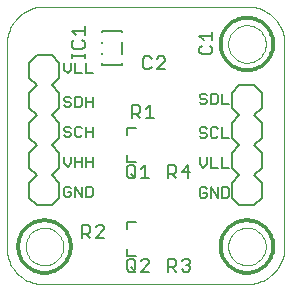
<source format=gto>
G75*
G70*
%OFA0B0*%
%FSLAX24Y24*%
%IPPOS*%
%LPD*%
%AMOC8*
5,1,8,0,0,1.08239X$1,22.5*
%
%ADD10C,0.0000*%
%ADD11C,0.0060*%
%ADD12C,0.0120*%
%ADD13C,0.0080*%
D10*
X000411Y001660D02*
X000409Y001594D01*
X000411Y001528D01*
X000417Y001462D01*
X000426Y001396D01*
X000439Y001331D01*
X000456Y001266D01*
X000476Y001203D01*
X000500Y001141D01*
X000527Y001081D01*
X000558Y001022D01*
X000592Y000964D01*
X000629Y000909D01*
X000669Y000856D01*
X000712Y000806D01*
X000757Y000757D01*
X000806Y000712D01*
X000856Y000669D01*
X000909Y000629D01*
X000964Y000592D01*
X001022Y000558D01*
X001081Y000527D01*
X001141Y000500D01*
X001203Y000476D01*
X001266Y000456D01*
X001331Y000439D01*
X001396Y000426D01*
X001462Y000417D01*
X001528Y000411D01*
X001594Y000409D01*
X001660Y000411D01*
X001660Y000410D02*
X008410Y000410D01*
X008478Y000412D01*
X008545Y000417D01*
X008612Y000426D01*
X008679Y000439D01*
X008744Y000456D01*
X008809Y000475D01*
X008873Y000499D01*
X008935Y000526D01*
X008996Y000556D01*
X009054Y000589D01*
X009111Y000625D01*
X009166Y000665D01*
X009219Y000707D01*
X009270Y000753D01*
X009317Y000800D01*
X009363Y000851D01*
X009405Y000904D01*
X009445Y000959D01*
X009481Y001016D01*
X009514Y001074D01*
X009544Y001135D01*
X009571Y001197D01*
X009595Y001261D01*
X009614Y001326D01*
X009631Y001391D01*
X009644Y001458D01*
X009653Y001525D01*
X009658Y001592D01*
X009660Y001660D01*
X009660Y008410D01*
X009658Y008478D01*
X009653Y008545D01*
X009644Y008612D01*
X009631Y008679D01*
X009614Y008744D01*
X009595Y008809D01*
X009571Y008873D01*
X009544Y008935D01*
X009514Y008996D01*
X009481Y009054D01*
X009445Y009111D01*
X009405Y009166D01*
X009363Y009219D01*
X009317Y009270D01*
X009270Y009317D01*
X009219Y009363D01*
X009166Y009405D01*
X009111Y009445D01*
X009054Y009481D01*
X008996Y009514D01*
X008935Y009544D01*
X008873Y009571D01*
X008809Y009595D01*
X008744Y009614D01*
X008679Y009631D01*
X008612Y009644D01*
X008545Y009653D01*
X008478Y009658D01*
X008410Y009660D01*
X001660Y009660D01*
X001592Y009658D01*
X001525Y009653D01*
X001458Y009644D01*
X001391Y009631D01*
X001326Y009614D01*
X001261Y009595D01*
X001197Y009571D01*
X001135Y009544D01*
X001074Y009514D01*
X001016Y009481D01*
X000959Y009445D01*
X000904Y009405D01*
X000851Y009363D01*
X000800Y009317D01*
X000753Y009270D01*
X000707Y009219D01*
X000665Y009166D01*
X000625Y009111D01*
X000589Y009054D01*
X000556Y008996D01*
X000526Y008935D01*
X000499Y008873D01*
X000475Y008809D01*
X000456Y008744D01*
X000439Y008679D01*
X000426Y008612D01*
X000417Y008545D01*
X000412Y008478D01*
X000410Y008410D01*
X000410Y001660D01*
X001035Y001660D02*
X001037Y001710D01*
X001043Y001759D01*
X001053Y001808D01*
X001066Y001855D01*
X001084Y001902D01*
X001105Y001947D01*
X001129Y001990D01*
X001157Y002031D01*
X001188Y002070D01*
X001222Y002106D01*
X001259Y002140D01*
X001299Y002170D01*
X001340Y002197D01*
X001384Y002221D01*
X001429Y002241D01*
X001476Y002257D01*
X001524Y002270D01*
X001573Y002279D01*
X001623Y002284D01*
X001672Y002285D01*
X001722Y002282D01*
X001771Y002275D01*
X001820Y002264D01*
X001867Y002250D01*
X001913Y002231D01*
X001958Y002209D01*
X002001Y002184D01*
X002041Y002155D01*
X002079Y002123D01*
X002115Y002089D01*
X002148Y002051D01*
X002177Y002011D01*
X002203Y001969D01*
X002226Y001925D01*
X002245Y001879D01*
X002261Y001832D01*
X002273Y001783D01*
X002281Y001734D01*
X002285Y001685D01*
X002285Y001635D01*
X002281Y001586D01*
X002273Y001537D01*
X002261Y001488D01*
X002245Y001441D01*
X002226Y001395D01*
X002203Y001351D01*
X002177Y001309D01*
X002148Y001269D01*
X002115Y001231D01*
X002079Y001197D01*
X002041Y001165D01*
X002001Y001136D01*
X001958Y001111D01*
X001913Y001089D01*
X001867Y001070D01*
X001820Y001056D01*
X001771Y001045D01*
X001722Y001038D01*
X001672Y001035D01*
X001623Y001036D01*
X001573Y001041D01*
X001524Y001050D01*
X001476Y001063D01*
X001429Y001079D01*
X001384Y001099D01*
X001340Y001123D01*
X001299Y001150D01*
X001259Y001180D01*
X001222Y001214D01*
X001188Y001250D01*
X001157Y001289D01*
X001129Y001330D01*
X001105Y001373D01*
X001084Y001418D01*
X001066Y001465D01*
X001053Y001512D01*
X001043Y001561D01*
X001037Y001610D01*
X001035Y001660D01*
X007785Y001660D02*
X007787Y001710D01*
X007793Y001759D01*
X007803Y001808D01*
X007816Y001855D01*
X007834Y001902D01*
X007855Y001947D01*
X007879Y001990D01*
X007907Y002031D01*
X007938Y002070D01*
X007972Y002106D01*
X008009Y002140D01*
X008049Y002170D01*
X008090Y002197D01*
X008134Y002221D01*
X008179Y002241D01*
X008226Y002257D01*
X008274Y002270D01*
X008323Y002279D01*
X008373Y002284D01*
X008422Y002285D01*
X008472Y002282D01*
X008521Y002275D01*
X008570Y002264D01*
X008617Y002250D01*
X008663Y002231D01*
X008708Y002209D01*
X008751Y002184D01*
X008791Y002155D01*
X008829Y002123D01*
X008865Y002089D01*
X008898Y002051D01*
X008927Y002011D01*
X008953Y001969D01*
X008976Y001925D01*
X008995Y001879D01*
X009011Y001832D01*
X009023Y001783D01*
X009031Y001734D01*
X009035Y001685D01*
X009035Y001635D01*
X009031Y001586D01*
X009023Y001537D01*
X009011Y001488D01*
X008995Y001441D01*
X008976Y001395D01*
X008953Y001351D01*
X008927Y001309D01*
X008898Y001269D01*
X008865Y001231D01*
X008829Y001197D01*
X008791Y001165D01*
X008751Y001136D01*
X008708Y001111D01*
X008663Y001089D01*
X008617Y001070D01*
X008570Y001056D01*
X008521Y001045D01*
X008472Y001038D01*
X008422Y001035D01*
X008373Y001036D01*
X008323Y001041D01*
X008274Y001050D01*
X008226Y001063D01*
X008179Y001079D01*
X008134Y001099D01*
X008090Y001123D01*
X008049Y001150D01*
X008009Y001180D01*
X007972Y001214D01*
X007938Y001250D01*
X007907Y001289D01*
X007879Y001330D01*
X007855Y001373D01*
X007834Y001418D01*
X007816Y001465D01*
X007803Y001512D01*
X007793Y001561D01*
X007787Y001610D01*
X007785Y001660D01*
X007785Y008410D02*
X007787Y008460D01*
X007793Y008509D01*
X007803Y008558D01*
X007816Y008605D01*
X007834Y008652D01*
X007855Y008697D01*
X007879Y008740D01*
X007907Y008781D01*
X007938Y008820D01*
X007972Y008856D01*
X008009Y008890D01*
X008049Y008920D01*
X008090Y008947D01*
X008134Y008971D01*
X008179Y008991D01*
X008226Y009007D01*
X008274Y009020D01*
X008323Y009029D01*
X008373Y009034D01*
X008422Y009035D01*
X008472Y009032D01*
X008521Y009025D01*
X008570Y009014D01*
X008617Y009000D01*
X008663Y008981D01*
X008708Y008959D01*
X008751Y008934D01*
X008791Y008905D01*
X008829Y008873D01*
X008865Y008839D01*
X008898Y008801D01*
X008927Y008761D01*
X008953Y008719D01*
X008976Y008675D01*
X008995Y008629D01*
X009011Y008582D01*
X009023Y008533D01*
X009031Y008484D01*
X009035Y008435D01*
X009035Y008385D01*
X009031Y008336D01*
X009023Y008287D01*
X009011Y008238D01*
X008995Y008191D01*
X008976Y008145D01*
X008953Y008101D01*
X008927Y008059D01*
X008898Y008019D01*
X008865Y007981D01*
X008829Y007947D01*
X008791Y007915D01*
X008751Y007886D01*
X008708Y007861D01*
X008663Y007839D01*
X008617Y007820D01*
X008570Y007806D01*
X008521Y007795D01*
X008472Y007788D01*
X008422Y007785D01*
X008373Y007786D01*
X008323Y007791D01*
X008274Y007800D01*
X008226Y007813D01*
X008179Y007829D01*
X008134Y007849D01*
X008090Y007873D01*
X008049Y007900D01*
X008009Y007930D01*
X007972Y007964D01*
X007938Y008000D01*
X007907Y008039D01*
X007879Y008080D01*
X007855Y008123D01*
X007834Y008168D01*
X007816Y008215D01*
X007803Y008262D01*
X007793Y008311D01*
X007787Y008360D01*
X007785Y008410D01*
D11*
X007572Y006755D02*
X007572Y006415D01*
X007799Y006415D01*
X007430Y006472D02*
X007374Y006415D01*
X007203Y006415D01*
X007203Y006755D01*
X007374Y006755D01*
X007430Y006699D01*
X007430Y006472D01*
X007062Y006472D02*
X007005Y006415D01*
X006892Y006415D01*
X006835Y006472D01*
X006892Y006585D02*
X006835Y006642D01*
X006835Y006699D01*
X006892Y006755D01*
X007005Y006755D01*
X007062Y006699D01*
X007005Y006585D02*
X007062Y006528D01*
X007062Y006472D01*
X007005Y006585D02*
X006892Y006585D01*
X006892Y005630D02*
X006835Y005574D01*
X006835Y005517D01*
X006892Y005460D01*
X007005Y005460D01*
X007062Y005403D01*
X007062Y005347D01*
X007005Y005290D01*
X006892Y005290D01*
X006835Y005347D01*
X006892Y005630D02*
X007005Y005630D01*
X007062Y005574D01*
X007203Y005574D02*
X007203Y005347D01*
X007260Y005290D01*
X007374Y005290D01*
X007430Y005347D01*
X007572Y005290D02*
X007572Y005630D01*
X007430Y005574D02*
X007374Y005630D01*
X007260Y005630D01*
X007203Y005574D01*
X007572Y005290D02*
X007799Y005290D01*
X007572Y004630D02*
X007572Y004290D01*
X007799Y004290D01*
X007430Y004290D02*
X007203Y004290D01*
X007203Y004630D01*
X007062Y004630D02*
X007062Y004403D01*
X006948Y004290D01*
X006835Y004403D01*
X006835Y004630D01*
X006892Y003630D02*
X006835Y003574D01*
X006835Y003347D01*
X006892Y003290D01*
X007005Y003290D01*
X007062Y003347D01*
X007062Y003460D01*
X006948Y003460D01*
X007062Y003574D02*
X007005Y003630D01*
X006892Y003630D01*
X007203Y003630D02*
X007430Y003290D01*
X007430Y003630D01*
X007572Y003630D02*
X007742Y003630D01*
X007799Y003574D01*
X007799Y003347D01*
X007742Y003290D01*
X007572Y003290D01*
X007572Y003630D01*
X007203Y003630D02*
X007203Y003290D01*
X004720Y002470D02*
X004400Y002470D01*
X004400Y002250D01*
X004400Y001570D02*
X004400Y001350D01*
X004720Y001350D01*
X003222Y003315D02*
X003052Y003315D01*
X003052Y003655D01*
X003222Y003655D01*
X003278Y003599D01*
X003278Y003372D01*
X003222Y003315D01*
X002910Y003315D02*
X002910Y003655D01*
X002683Y003655D02*
X002910Y003315D01*
X002683Y003315D02*
X002683Y003655D01*
X002542Y003599D02*
X002485Y003655D01*
X002372Y003655D01*
X002315Y003599D01*
X002315Y003372D01*
X002372Y003315D01*
X002485Y003315D01*
X002542Y003372D01*
X002542Y003485D01*
X002428Y003485D01*
X002428Y004315D02*
X002542Y004428D01*
X002542Y004655D01*
X002683Y004655D02*
X002683Y004315D01*
X002683Y004485D02*
X002910Y004485D01*
X003052Y004485D02*
X003278Y004485D01*
X003278Y004655D02*
X003278Y004315D01*
X003052Y004315D02*
X003052Y004655D01*
X002910Y004655D02*
X002910Y004315D01*
X002428Y004315D02*
X002315Y004428D01*
X002315Y004655D01*
X002372Y005315D02*
X002315Y005372D01*
X002372Y005315D02*
X002485Y005315D01*
X002542Y005372D01*
X002542Y005428D01*
X002485Y005485D01*
X002372Y005485D01*
X002315Y005542D01*
X002315Y005599D01*
X002372Y005655D01*
X002485Y005655D01*
X002542Y005599D01*
X002683Y005599D02*
X002683Y005372D01*
X002740Y005315D01*
X002853Y005315D01*
X002910Y005372D01*
X003052Y005315D02*
X003052Y005655D01*
X002910Y005599D02*
X002853Y005655D01*
X002740Y005655D01*
X002683Y005599D01*
X003052Y005485D02*
X003278Y005485D01*
X003278Y005655D02*
X003278Y005315D01*
X003278Y006315D02*
X003278Y006655D01*
X003278Y006485D02*
X003052Y006485D01*
X003052Y006315D02*
X003052Y006655D01*
X002910Y006599D02*
X002853Y006655D01*
X002683Y006655D01*
X002683Y006315D01*
X002853Y006315D01*
X002910Y006372D01*
X002910Y006599D01*
X002542Y006599D02*
X002485Y006655D01*
X002372Y006655D01*
X002315Y006599D01*
X002315Y006542D01*
X002372Y006485D01*
X002485Y006485D01*
X002542Y006428D01*
X002542Y006372D01*
X002485Y006315D01*
X002372Y006315D01*
X002315Y006372D01*
X002428Y007440D02*
X002542Y007553D01*
X002542Y007780D01*
X002683Y007780D02*
X002683Y007440D01*
X002910Y007440D01*
X003052Y007440D02*
X003278Y007440D01*
X003052Y007440D02*
X003052Y007780D01*
X003591Y007762D02*
X003591Y007725D01*
X004229Y007725D01*
X004229Y007762D01*
X004229Y008079D02*
X004229Y008491D01*
X004229Y008808D02*
X004229Y008845D01*
X003591Y008845D01*
X003591Y008808D01*
X003591Y008491D02*
X003591Y008454D01*
X003591Y008116D02*
X003591Y008079D01*
X002428Y007440D02*
X002315Y007553D01*
X002315Y007780D01*
X004400Y005595D02*
X004400Y005375D01*
X004400Y005595D02*
X004720Y005595D01*
X004400Y004695D02*
X004400Y004475D01*
X004720Y004475D01*
D12*
X001660Y002535D02*
X001602Y002533D01*
X001543Y002527D01*
X001486Y002517D01*
X001429Y002504D01*
X001373Y002487D01*
X001318Y002466D01*
X001265Y002441D01*
X001214Y002413D01*
X001165Y002381D01*
X001118Y002347D01*
X001073Y002309D01*
X001031Y002268D01*
X000992Y002225D01*
X000956Y002179D01*
X000922Y002131D01*
X000893Y002081D01*
X000866Y002028D01*
X000843Y001974D01*
X000824Y001919D01*
X000809Y001863D01*
X000797Y001806D01*
X000789Y001748D01*
X000785Y001689D01*
X000785Y001631D01*
X000789Y001572D01*
X000797Y001514D01*
X000809Y001457D01*
X000824Y001401D01*
X000843Y001346D01*
X000866Y001292D01*
X000893Y001239D01*
X000922Y001189D01*
X000956Y001141D01*
X000992Y001095D01*
X001031Y001052D01*
X001073Y001011D01*
X001118Y000973D01*
X001165Y000939D01*
X001214Y000907D01*
X001265Y000879D01*
X001318Y000854D01*
X001373Y000833D01*
X001429Y000816D01*
X001486Y000803D01*
X001543Y000793D01*
X001602Y000787D01*
X001660Y000785D01*
X001718Y000787D01*
X001777Y000793D01*
X001834Y000803D01*
X001891Y000816D01*
X001947Y000833D01*
X002002Y000854D01*
X002055Y000879D01*
X002106Y000907D01*
X002155Y000939D01*
X002202Y000973D01*
X002247Y001011D01*
X002289Y001052D01*
X002328Y001095D01*
X002364Y001141D01*
X002398Y001189D01*
X002427Y001239D01*
X002454Y001292D01*
X002477Y001346D01*
X002496Y001401D01*
X002511Y001457D01*
X002523Y001514D01*
X002531Y001572D01*
X002535Y001631D01*
X002535Y001689D01*
X002531Y001748D01*
X002523Y001806D01*
X002511Y001863D01*
X002496Y001919D01*
X002477Y001974D01*
X002454Y002028D01*
X002427Y002081D01*
X002398Y002131D01*
X002364Y002179D01*
X002328Y002225D01*
X002289Y002268D01*
X002247Y002309D01*
X002202Y002347D01*
X002155Y002381D01*
X002106Y002413D01*
X002055Y002441D01*
X002002Y002466D01*
X001947Y002487D01*
X001891Y002504D01*
X001834Y002517D01*
X001777Y002527D01*
X001718Y002533D01*
X001660Y002535D01*
X008410Y002535D02*
X008352Y002533D01*
X008293Y002527D01*
X008236Y002517D01*
X008179Y002504D01*
X008123Y002487D01*
X008068Y002466D01*
X008015Y002441D01*
X007964Y002413D01*
X007915Y002381D01*
X007868Y002347D01*
X007823Y002309D01*
X007781Y002268D01*
X007742Y002225D01*
X007706Y002179D01*
X007672Y002131D01*
X007643Y002081D01*
X007616Y002028D01*
X007593Y001974D01*
X007574Y001919D01*
X007559Y001863D01*
X007547Y001806D01*
X007539Y001748D01*
X007535Y001689D01*
X007535Y001631D01*
X007539Y001572D01*
X007547Y001514D01*
X007559Y001457D01*
X007574Y001401D01*
X007593Y001346D01*
X007616Y001292D01*
X007643Y001239D01*
X007672Y001189D01*
X007706Y001141D01*
X007742Y001095D01*
X007781Y001052D01*
X007823Y001011D01*
X007868Y000973D01*
X007915Y000939D01*
X007964Y000907D01*
X008015Y000879D01*
X008068Y000854D01*
X008123Y000833D01*
X008179Y000816D01*
X008236Y000803D01*
X008293Y000793D01*
X008352Y000787D01*
X008410Y000785D01*
X008468Y000787D01*
X008527Y000793D01*
X008584Y000803D01*
X008641Y000816D01*
X008697Y000833D01*
X008752Y000854D01*
X008805Y000879D01*
X008856Y000907D01*
X008905Y000939D01*
X008952Y000973D01*
X008997Y001011D01*
X009039Y001052D01*
X009078Y001095D01*
X009114Y001141D01*
X009148Y001189D01*
X009177Y001239D01*
X009204Y001292D01*
X009227Y001346D01*
X009246Y001401D01*
X009261Y001457D01*
X009273Y001514D01*
X009281Y001572D01*
X009285Y001631D01*
X009285Y001689D01*
X009281Y001748D01*
X009273Y001806D01*
X009261Y001863D01*
X009246Y001919D01*
X009227Y001974D01*
X009204Y002028D01*
X009177Y002081D01*
X009148Y002131D01*
X009114Y002179D01*
X009078Y002225D01*
X009039Y002268D01*
X008997Y002309D01*
X008952Y002347D01*
X008905Y002381D01*
X008856Y002413D01*
X008805Y002441D01*
X008752Y002466D01*
X008697Y002487D01*
X008641Y002504D01*
X008584Y002517D01*
X008527Y002527D01*
X008468Y002533D01*
X008410Y002535D01*
X008410Y007535D02*
X008352Y007537D01*
X008293Y007543D01*
X008236Y007553D01*
X008179Y007566D01*
X008123Y007583D01*
X008068Y007604D01*
X008015Y007629D01*
X007964Y007657D01*
X007915Y007689D01*
X007868Y007723D01*
X007823Y007761D01*
X007781Y007802D01*
X007742Y007845D01*
X007706Y007891D01*
X007672Y007939D01*
X007643Y007989D01*
X007616Y008042D01*
X007593Y008096D01*
X007574Y008151D01*
X007559Y008207D01*
X007547Y008264D01*
X007539Y008322D01*
X007535Y008381D01*
X007535Y008439D01*
X007539Y008498D01*
X007547Y008556D01*
X007559Y008613D01*
X007574Y008669D01*
X007593Y008724D01*
X007616Y008778D01*
X007643Y008831D01*
X007672Y008881D01*
X007706Y008929D01*
X007742Y008975D01*
X007781Y009018D01*
X007823Y009059D01*
X007868Y009097D01*
X007915Y009131D01*
X007964Y009163D01*
X008015Y009191D01*
X008068Y009216D01*
X008123Y009237D01*
X008179Y009254D01*
X008236Y009267D01*
X008293Y009277D01*
X008352Y009283D01*
X008410Y009285D01*
X008468Y009283D01*
X008527Y009277D01*
X008584Y009267D01*
X008641Y009254D01*
X008697Y009237D01*
X008752Y009216D01*
X008805Y009191D01*
X008856Y009163D01*
X008905Y009131D01*
X008952Y009097D01*
X008997Y009059D01*
X009039Y009018D01*
X009078Y008975D01*
X009114Y008929D01*
X009148Y008881D01*
X009177Y008831D01*
X009204Y008778D01*
X009227Y008724D01*
X009246Y008669D01*
X009261Y008613D01*
X009273Y008556D01*
X009281Y008498D01*
X009285Y008439D01*
X009285Y008381D01*
X009281Y008322D01*
X009273Y008264D01*
X009261Y008207D01*
X009246Y008151D01*
X009227Y008096D01*
X009204Y008042D01*
X009177Y007989D01*
X009148Y007939D01*
X009114Y007891D01*
X009078Y007845D01*
X009039Y007802D01*
X008997Y007761D01*
X008952Y007723D01*
X008905Y007689D01*
X008856Y007657D01*
X008805Y007629D01*
X008752Y007604D01*
X008697Y007583D01*
X008641Y007566D01*
X008584Y007553D01*
X008527Y007543D01*
X008468Y007537D01*
X008410Y007535D01*
D13*
X008160Y007035D02*
X008660Y007035D01*
X008910Y006785D01*
X008910Y006285D01*
X008660Y006035D01*
X008910Y005785D01*
X008910Y005285D01*
X008660Y005035D01*
X008910Y004785D01*
X008910Y004285D01*
X008660Y004035D01*
X008910Y003785D01*
X008910Y003285D01*
X008660Y003035D01*
X008160Y003035D01*
X007910Y003285D01*
X007910Y003785D01*
X008160Y004035D01*
X007910Y004285D01*
X007910Y004785D01*
X008160Y005035D01*
X007910Y005285D01*
X007910Y005785D01*
X008160Y006035D01*
X007910Y006285D01*
X007910Y006785D01*
X008160Y007035D01*
X007175Y008075D02*
X007245Y008145D01*
X007245Y008285D01*
X007175Y008355D01*
X007245Y008535D02*
X007245Y008816D01*
X007245Y008676D02*
X006825Y008676D01*
X006965Y008535D01*
X006895Y008355D02*
X006825Y008285D01*
X006825Y008145D01*
X006895Y008075D01*
X007175Y008075D01*
X005691Y007925D02*
X005621Y007995D01*
X005480Y007995D01*
X005410Y007925D01*
X005230Y007925D02*
X005160Y007995D01*
X005020Y007995D01*
X004950Y007925D01*
X004950Y007645D01*
X005020Y007575D01*
X005160Y007575D01*
X005230Y007645D01*
X005410Y007575D02*
X005691Y007855D01*
X005691Y007925D01*
X005691Y007575D02*
X005410Y007575D01*
X005176Y006370D02*
X005176Y005950D01*
X005316Y005950D02*
X005035Y005950D01*
X004855Y005950D02*
X004715Y006090D01*
X004785Y006090D02*
X004575Y006090D01*
X004575Y005950D02*
X004575Y006370D01*
X004785Y006370D01*
X004855Y006300D01*
X004855Y006160D01*
X004785Y006090D01*
X005035Y006230D02*
X005176Y006370D01*
X005005Y004370D02*
X005005Y003950D01*
X004865Y003950D02*
X005145Y003950D01*
X004865Y004230D02*
X005005Y004370D01*
X004684Y004300D02*
X004684Y004020D01*
X004614Y003950D01*
X004474Y003950D01*
X004404Y004020D01*
X004404Y004300D01*
X004474Y004370D01*
X004614Y004370D01*
X004684Y004300D01*
X004544Y004090D02*
X004684Y003950D01*
X005779Y003950D02*
X005779Y004370D01*
X005989Y004370D01*
X006059Y004300D01*
X006059Y004160D01*
X005989Y004090D01*
X005779Y004090D01*
X005919Y004090D02*
X006059Y003950D01*
X006240Y004160D02*
X006520Y004160D01*
X006450Y003950D02*
X006450Y004370D01*
X006240Y004160D01*
X003645Y002300D02*
X003575Y002370D01*
X003435Y002370D01*
X003365Y002300D01*
X003184Y002300D02*
X003184Y002160D01*
X003114Y002090D01*
X002904Y002090D01*
X002904Y001950D02*
X002904Y002370D01*
X003114Y002370D01*
X003184Y002300D01*
X003044Y002090D02*
X003184Y001950D01*
X003365Y001950D02*
X003645Y002230D01*
X003645Y002300D01*
X003645Y001950D02*
X003365Y001950D01*
X004404Y001175D02*
X004474Y001245D01*
X004614Y001245D01*
X004684Y001175D01*
X004684Y000895D01*
X004614Y000825D01*
X004474Y000825D01*
X004404Y000895D01*
X004404Y001175D01*
X004544Y000965D02*
X004684Y000825D01*
X004865Y000825D02*
X005145Y001105D01*
X005145Y001175D01*
X005075Y001245D01*
X004935Y001245D01*
X004865Y001175D01*
X004865Y000825D02*
X005145Y000825D01*
X005779Y000825D02*
X005779Y001245D01*
X005989Y001245D01*
X006059Y001175D01*
X006059Y001035D01*
X005989Y000965D01*
X005779Y000965D01*
X005919Y000965D02*
X006059Y000825D01*
X006240Y000895D02*
X006310Y000825D01*
X006450Y000825D01*
X006520Y000895D01*
X006520Y000965D01*
X006450Y001035D01*
X006380Y001035D01*
X006450Y001035D02*
X006520Y001105D01*
X006520Y001175D01*
X006450Y001245D01*
X006310Y001245D01*
X006240Y001175D01*
X002160Y003285D02*
X001910Y003035D01*
X001410Y003035D01*
X001160Y003285D01*
X001160Y003785D01*
X001410Y004035D01*
X001160Y004285D01*
X001160Y004785D01*
X001410Y005035D01*
X001160Y005285D01*
X001160Y005785D01*
X001410Y006035D01*
X001160Y006285D01*
X001160Y006785D01*
X001410Y007035D01*
X001160Y007285D01*
X001160Y007785D01*
X001410Y008035D01*
X001910Y008035D01*
X002160Y007785D01*
X002160Y007285D01*
X001910Y007035D01*
X002160Y006785D01*
X002160Y006285D01*
X001910Y006035D01*
X002160Y005785D01*
X002160Y005285D01*
X001910Y005035D01*
X002160Y004785D01*
X002160Y004285D01*
X001910Y004035D01*
X002160Y003785D01*
X002160Y003285D01*
X002575Y007950D02*
X002575Y008090D01*
X002575Y008020D02*
X002995Y008020D01*
X002995Y007950D02*
X002995Y008090D01*
X002925Y008257D02*
X002995Y008327D01*
X002995Y008467D01*
X002925Y008537D01*
X002995Y008717D02*
X002995Y008998D01*
X002995Y008857D02*
X002575Y008857D01*
X002715Y008717D01*
X002645Y008537D02*
X002575Y008467D01*
X002575Y008327D01*
X002645Y008257D01*
X002925Y008257D01*
M02*

</source>
